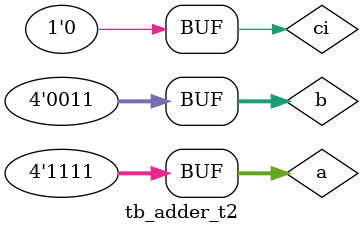
<source format=sv>
module tb_adder_t2;
  logic[3:0] sum, a, b;
  logic ci,co;
  
  
  adder_t2 U1(co, sum, a, b, ci);
  
  initial begin
   a=0;
   b=0;
    ci=0;
    #15 a=4'hA;
    #2 b=3;
    #2 a=2;
    #2 a=15;
    
    
  end
  

endmodule

</source>
